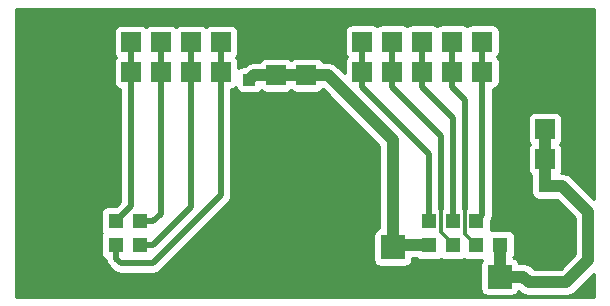
<source format=gbr>
G04 #@! TF.FileFunction,Copper,L2,Bot,Signal*
%FSLAX46Y46*%
G04 Gerber Fmt 4.6, Leading zero omitted, Abs format (unit mm)*
G04 Created by KiCad (PCBNEW 0.201412101631+5319~19~ubuntu14.04.1-product) date Čt 11. prosinec 2014, 12:52:01 CET*
%MOMM*%
G01*
G04 APERTURE LIST*
%ADD10C,0.100000*%
%ADD11R,2.000000X2.000000*%
%ADD12R,1.000000X1.000000*%
%ADD13R,1.651000X1.651000*%
%ADD14R,1.300000X1.300000*%
%ADD15C,6.000000*%
%ADD16C,4.000000*%
%ADD17C,1.000000*%
%ADD18C,0.500000*%
%ADD19C,0.400000*%
%ADD20C,0.300000*%
%ADD21C,0.254000*%
G04 APERTURE END LIST*
D10*
D11*
X145294600Y-58623200D03*
X149294600Y-58623200D03*
X136252200Y-56159400D03*
X140252200Y-56159400D03*
D12*
X151120600Y-50977800D03*
X153120600Y-50977800D03*
X128117600Y-43976800D03*
X128117600Y-41976800D03*
D13*
X155676600Y-46151800D03*
X153136600Y-46151800D03*
X150596600Y-46151800D03*
X150596600Y-48691800D03*
X153136600Y-48691800D03*
X155676600Y-48691800D03*
X137668000Y-41275000D03*
X137668000Y-38735000D03*
X142748000Y-41275000D03*
X142748000Y-38735000D03*
X147828000Y-41275000D03*
X147828000Y-38735000D03*
X132943600Y-44119800D03*
X132943600Y-41579800D03*
X132943600Y-39039800D03*
X130403600Y-39039800D03*
X130403600Y-41579800D03*
X130403600Y-44119800D03*
D14*
X143316600Y-55949800D03*
X143316600Y-53949800D03*
X145316600Y-55949800D03*
X145316600Y-53949800D03*
X147316600Y-55949800D03*
X147316600Y-53949800D03*
X149316600Y-55949800D03*
X149316600Y-53949800D03*
D13*
X140208000Y-41275000D03*
X140208000Y-38735000D03*
X145288000Y-41275000D03*
X145288000Y-38735000D03*
X118084600Y-41325800D03*
X118084600Y-38785800D03*
X120624600Y-41325800D03*
X120624600Y-38785800D03*
D14*
X116816600Y-53949800D03*
X118816600Y-53949800D03*
X116816600Y-55949800D03*
X118816600Y-55949800D03*
D13*
X125704600Y-41325800D03*
X125704600Y-38785800D03*
X123164600Y-41325800D03*
X123164600Y-38785800D03*
D15*
X153136600Y-40109800D03*
X112496600Y-40109800D03*
D16*
X153316600Y-55549800D03*
X112316600Y-55549800D03*
D15*
X132816600Y-50269800D03*
D17*
X153136600Y-48691800D02*
X153136600Y-46151800D01*
X149294600Y-55971800D02*
X149316600Y-55949800D01*
X149294600Y-58623200D02*
X149294600Y-55971800D01*
X151294600Y-58623200D02*
X151777200Y-59105800D01*
X149294600Y-58623200D02*
X151294600Y-58623200D01*
X154620600Y-50977800D02*
X153120600Y-50977800D01*
X156816601Y-53173801D02*
X154620600Y-50977800D01*
X156816601Y-57229801D02*
X156816601Y-53173801D01*
X154940602Y-59105800D02*
X156816601Y-57229801D01*
X151777200Y-59105800D02*
X154940602Y-59105800D01*
X153120600Y-48707800D02*
X153136600Y-48691800D01*
X153120600Y-50977800D02*
X153120600Y-48707800D01*
X140461800Y-55949800D02*
X140252200Y-56159400D01*
X143316600Y-55949800D02*
X140461800Y-55949800D01*
X134769100Y-41579800D02*
X132943600Y-41579800D01*
X132229100Y-41579800D02*
X130403600Y-41579800D01*
X134769100Y-41579800D02*
X132229100Y-41579800D01*
X140252200Y-47062900D02*
X134769100Y-41579800D01*
X140252200Y-56159400D02*
X140252200Y-47062900D01*
X128514600Y-41579800D02*
X128117600Y-41976800D01*
X130403600Y-41579800D02*
X128514600Y-41579800D01*
D18*
X137668000Y-38735000D02*
X137668000Y-41275000D01*
X143316600Y-52799800D02*
X143316600Y-53949800D01*
X143316600Y-48249100D02*
X143316600Y-52799800D01*
X137668000Y-42600500D02*
X143316600Y-48249100D01*
X137668000Y-41275000D02*
X137668000Y-42600500D01*
X142748000Y-38735000D02*
X142748000Y-41275000D01*
X145316600Y-52799800D02*
X145316600Y-53949800D01*
X145316600Y-45169100D02*
X145316600Y-52799800D01*
X142748000Y-42600500D02*
X145316600Y-45169100D01*
X142748000Y-41275000D02*
X142748000Y-42600500D01*
D19*
X147316600Y-53949800D02*
X147316600Y-53793800D01*
D18*
X147828000Y-38735000D02*
X147828000Y-41275000D01*
X147828000Y-53438400D02*
X147316600Y-53949800D01*
X147828000Y-41275000D02*
X147828000Y-53438400D01*
D20*
X147313600Y-55949800D02*
X146366599Y-55002799D01*
X146366599Y-55002799D02*
X146366599Y-52899799D01*
X147316600Y-55949800D02*
X147313600Y-55949800D01*
D18*
X145288000Y-38735000D02*
X145288000Y-41275000D01*
X146366599Y-43679099D02*
X146366599Y-52899799D01*
X145288000Y-42600500D02*
X146366599Y-43679099D01*
X145288000Y-41275000D02*
X145288000Y-42600500D01*
D20*
X145316600Y-55949800D02*
X145316600Y-55839798D01*
X145316600Y-55839798D02*
X144366599Y-54889797D01*
X144366599Y-54889797D02*
X144366599Y-52899799D01*
D18*
X140208000Y-38735000D02*
X140208000Y-41275000D01*
X144366599Y-46759099D02*
X144366599Y-52899799D01*
X140208000Y-42600500D02*
X144366599Y-46759099D01*
X140208000Y-41275000D02*
X140208000Y-42600500D01*
X118084600Y-38785800D02*
X118084600Y-41325800D01*
X118084600Y-52681800D02*
X116816600Y-53949800D01*
X118084600Y-41325800D02*
X118084600Y-52681800D01*
X120624600Y-38785800D02*
X120624600Y-41325800D01*
X120624600Y-53291800D02*
X119966600Y-53949800D01*
X120624600Y-41325800D02*
X120624600Y-53291800D01*
X119966600Y-53949800D02*
X118816600Y-53949800D01*
X125704600Y-38785800D02*
X125704600Y-41325800D01*
X125704600Y-41325800D02*
X125704600Y-51739800D01*
X125704600Y-51739800D02*
X119938800Y-57505600D01*
X116816600Y-57099800D02*
X116816600Y-55949800D01*
X117222400Y-57505600D02*
X116816600Y-57099800D01*
X119938800Y-57505600D02*
X117222400Y-57505600D01*
X123164600Y-38785800D02*
X123164600Y-41325800D01*
X119966600Y-55949800D02*
X118816600Y-55949800D01*
X123164600Y-41325800D02*
X123164600Y-52751800D01*
X123164600Y-52751800D02*
X119966600Y-55949800D01*
D21*
G36*
X157275600Y-60376600D02*
X108357600Y-60376600D01*
X108357600Y-35970800D01*
X157275600Y-35970800D01*
X157275600Y-52027668D01*
X155423166Y-50175234D01*
X155054946Y-49929197D01*
X154620600Y-49842800D01*
X154508270Y-49842800D01*
X154559477Y-49766940D01*
X154609540Y-49517300D01*
X154609540Y-47866300D01*
X154562563Y-47624177D01*
X154428794Y-47420539D01*
X154559477Y-47226940D01*
X154609540Y-46977300D01*
X154609540Y-45326300D01*
X154562563Y-45084177D01*
X154422773Y-44871373D01*
X154211740Y-44728923D01*
X153962100Y-44678860D01*
X152311100Y-44678860D01*
X152068977Y-44725837D01*
X151856173Y-44865627D01*
X151713723Y-45076660D01*
X151663660Y-45326300D01*
X151663660Y-46977300D01*
X151710637Y-47219423D01*
X151844405Y-47423060D01*
X151713723Y-47616660D01*
X151663660Y-47866300D01*
X151663660Y-49517300D01*
X151710637Y-49759423D01*
X151850427Y-49972227D01*
X151985600Y-50063470D01*
X151985600Y-50415767D01*
X151973160Y-50477800D01*
X151973160Y-51477800D01*
X152020137Y-51719923D01*
X152159927Y-51932727D01*
X152370960Y-52075177D01*
X152620600Y-52125240D01*
X153620600Y-52125240D01*
X153684716Y-52112800D01*
X154150468Y-52112800D01*
X155681601Y-53643933D01*
X155681601Y-56759669D01*
X154470470Y-57970800D01*
X152247332Y-57970800D01*
X152097166Y-57820634D01*
X151728946Y-57574597D01*
X151294600Y-57488200D01*
X150915847Y-57488200D01*
X150895063Y-57381077D01*
X150755273Y-57168273D01*
X150544240Y-57025823D01*
X150456758Y-57008279D01*
X150563977Y-56849440D01*
X150614040Y-56599800D01*
X150614040Y-55299800D01*
X150567063Y-55057677D01*
X150427273Y-54844873D01*
X150216240Y-54702423D01*
X149966600Y-54652360D01*
X148666600Y-54652360D01*
X148600944Y-54665098D01*
X148614040Y-54599800D01*
X148614040Y-53824357D01*
X148614040Y-53824356D01*
X148645633Y-53777075D01*
X148645633Y-53777074D01*
X148656810Y-53720884D01*
X148713000Y-53438400D01*
X148713001Y-53438400D01*
X148713000Y-53438394D01*
X148713000Y-42736395D01*
X148895623Y-42700963D01*
X149108427Y-42561173D01*
X149250877Y-42350140D01*
X149300940Y-42100500D01*
X149300940Y-40449500D01*
X149253963Y-40207377D01*
X149120194Y-40003739D01*
X149250877Y-39810140D01*
X149300940Y-39560500D01*
X149300940Y-37909500D01*
X149253963Y-37667377D01*
X149114173Y-37454573D01*
X148903140Y-37312123D01*
X148653500Y-37262060D01*
X147002500Y-37262060D01*
X146760377Y-37309037D01*
X146556739Y-37442805D01*
X146363140Y-37312123D01*
X146113500Y-37262060D01*
X144462500Y-37262060D01*
X144220377Y-37309037D01*
X144016739Y-37442805D01*
X143823140Y-37312123D01*
X143573500Y-37262060D01*
X141922500Y-37262060D01*
X141680377Y-37309037D01*
X141476739Y-37442805D01*
X141283140Y-37312123D01*
X141033500Y-37262060D01*
X139382500Y-37262060D01*
X139140377Y-37309037D01*
X138936739Y-37442805D01*
X138743140Y-37312123D01*
X138493500Y-37262060D01*
X136842500Y-37262060D01*
X136600377Y-37309037D01*
X136387573Y-37448827D01*
X136245123Y-37659860D01*
X136195060Y-37909500D01*
X136195060Y-39560500D01*
X136242037Y-39802623D01*
X136375805Y-40006260D01*
X136245123Y-40199860D01*
X136195060Y-40449500D01*
X136195060Y-41400628D01*
X135571666Y-40777234D01*
X135203446Y-40531197D01*
X134769100Y-40444800D01*
X134325303Y-40444800D01*
X134229773Y-40299373D01*
X134018740Y-40156923D01*
X133769100Y-40106860D01*
X132118100Y-40106860D01*
X131875977Y-40153837D01*
X131672339Y-40287605D01*
X131478740Y-40156923D01*
X131229100Y-40106860D01*
X129578100Y-40106860D01*
X129335977Y-40153837D01*
X129123173Y-40293627D01*
X129021129Y-40444800D01*
X128514600Y-40444800D01*
X128080254Y-40531197D01*
X127712034Y-40777234D01*
X127659908Y-40829360D01*
X127617600Y-40829360D01*
X127375477Y-40876337D01*
X127177540Y-41006360D01*
X127177540Y-40500300D01*
X127130563Y-40258177D01*
X126996794Y-40054539D01*
X127127477Y-39860940D01*
X127177540Y-39611300D01*
X127177540Y-37960300D01*
X127130563Y-37718177D01*
X126990773Y-37505373D01*
X126779740Y-37362923D01*
X126530100Y-37312860D01*
X124879100Y-37312860D01*
X124636977Y-37359837D01*
X124433339Y-37493605D01*
X124239740Y-37362923D01*
X123990100Y-37312860D01*
X122339100Y-37312860D01*
X122096977Y-37359837D01*
X121893339Y-37493605D01*
X121699740Y-37362923D01*
X121450100Y-37312860D01*
X119799100Y-37312860D01*
X119556977Y-37359837D01*
X119353339Y-37493605D01*
X119159740Y-37362923D01*
X118910100Y-37312860D01*
X117259100Y-37312860D01*
X117016977Y-37359837D01*
X116804173Y-37499627D01*
X116661723Y-37710660D01*
X116611660Y-37960300D01*
X116611660Y-39611300D01*
X116658637Y-39853423D01*
X116792405Y-40057060D01*
X116661723Y-40250660D01*
X116611660Y-40500300D01*
X116611660Y-42151300D01*
X116658637Y-42393423D01*
X116798427Y-42606227D01*
X117009460Y-42748677D01*
X117199600Y-42786807D01*
X117199600Y-52315220D01*
X116862460Y-52652360D01*
X116166600Y-52652360D01*
X115924477Y-52699337D01*
X115711673Y-52839127D01*
X115569223Y-53050160D01*
X115519160Y-53299800D01*
X115519160Y-54599800D01*
X115566137Y-54841923D01*
X115636984Y-54949774D01*
X115569223Y-55050160D01*
X115519160Y-55299800D01*
X115519160Y-56599800D01*
X115566137Y-56841923D01*
X115705927Y-57054727D01*
X115916960Y-57197177D01*
X115952381Y-57204280D01*
X115952382Y-57204280D01*
X115987789Y-57382284D01*
X115998967Y-57438475D01*
X116190810Y-57725590D01*
X116596607Y-58131386D01*
X116596610Y-58131390D01*
X116596611Y-58131390D01*
X116883725Y-58323233D01*
X116883726Y-58323233D01*
X116939915Y-58334410D01*
X117222400Y-58390601D01*
X117222400Y-58390600D01*
X117222405Y-58390600D01*
X119938794Y-58390600D01*
X119938800Y-58390601D01*
X119938800Y-58390600D01*
X120221284Y-58334410D01*
X120277474Y-58323233D01*
X120277475Y-58323233D01*
X120564590Y-58131390D01*
X126330386Y-52365592D01*
X126330390Y-52365590D01*
X126330390Y-52365589D01*
X126458575Y-52173746D01*
X126522233Y-52078475D01*
X126522234Y-52078474D01*
X126589600Y-51739800D01*
X126589601Y-51739800D01*
X126589600Y-51739794D01*
X126589600Y-42787195D01*
X126772223Y-42751763D01*
X126985027Y-42611973D01*
X126993850Y-42598901D01*
X127017137Y-42718923D01*
X127156927Y-42931727D01*
X127367960Y-43074177D01*
X127617600Y-43124240D01*
X128617600Y-43124240D01*
X128859723Y-43077263D01*
X129072527Y-42937473D01*
X129122402Y-42863585D01*
X129328460Y-43002677D01*
X129578100Y-43052740D01*
X131229100Y-43052740D01*
X131471223Y-43005763D01*
X131674860Y-42871994D01*
X131868460Y-43002677D01*
X132118100Y-43052740D01*
X133769100Y-43052740D01*
X134011223Y-43005763D01*
X134224027Y-42865973D01*
X134315148Y-42730980D01*
X139117200Y-47533032D01*
X139117200Y-54538152D01*
X139010077Y-54558937D01*
X138797273Y-54698727D01*
X138654823Y-54909760D01*
X138604760Y-55159400D01*
X138604760Y-57159400D01*
X138651737Y-57401523D01*
X138791527Y-57614327D01*
X139002560Y-57756777D01*
X139252200Y-57806840D01*
X141252200Y-57806840D01*
X141494323Y-57759863D01*
X141707127Y-57620073D01*
X141849577Y-57409040D01*
X141899640Y-57159400D01*
X141899640Y-57084800D01*
X142250478Y-57084800D01*
X142416960Y-57197177D01*
X142666600Y-57247240D01*
X143966600Y-57247240D01*
X144208723Y-57200263D01*
X144316574Y-57129415D01*
X144416960Y-57197177D01*
X144666600Y-57247240D01*
X145966600Y-57247240D01*
X146208723Y-57200263D01*
X146316574Y-57129415D01*
X146416960Y-57197177D01*
X146666600Y-57247240D01*
X147782490Y-57247240D01*
X147697223Y-57373560D01*
X147647160Y-57623200D01*
X147647160Y-59623200D01*
X147694137Y-59865323D01*
X147833927Y-60078127D01*
X148044960Y-60220577D01*
X148294600Y-60270640D01*
X150294600Y-60270640D01*
X150536723Y-60223663D01*
X150749527Y-60083873D01*
X150891977Y-59872840D01*
X150899849Y-59833582D01*
X150974633Y-59908366D01*
X150974634Y-59908366D01*
X151342854Y-60154403D01*
X151777200Y-60240800D01*
X154940602Y-60240800D01*
X155374947Y-60154403D01*
X155374948Y-60154403D01*
X155743168Y-59908366D01*
X157275600Y-58375934D01*
X157275600Y-60376600D01*
X157275600Y-60376600D01*
G37*
X157275600Y-60376600D02*
X108357600Y-60376600D01*
X108357600Y-35970800D01*
X157275600Y-35970800D01*
X157275600Y-52027668D01*
X155423166Y-50175234D01*
X155054946Y-49929197D01*
X154620600Y-49842800D01*
X154508270Y-49842800D01*
X154559477Y-49766940D01*
X154609540Y-49517300D01*
X154609540Y-47866300D01*
X154562563Y-47624177D01*
X154428794Y-47420539D01*
X154559477Y-47226940D01*
X154609540Y-46977300D01*
X154609540Y-45326300D01*
X154562563Y-45084177D01*
X154422773Y-44871373D01*
X154211740Y-44728923D01*
X153962100Y-44678860D01*
X152311100Y-44678860D01*
X152068977Y-44725837D01*
X151856173Y-44865627D01*
X151713723Y-45076660D01*
X151663660Y-45326300D01*
X151663660Y-46977300D01*
X151710637Y-47219423D01*
X151844405Y-47423060D01*
X151713723Y-47616660D01*
X151663660Y-47866300D01*
X151663660Y-49517300D01*
X151710637Y-49759423D01*
X151850427Y-49972227D01*
X151985600Y-50063470D01*
X151985600Y-50415767D01*
X151973160Y-50477800D01*
X151973160Y-51477800D01*
X152020137Y-51719923D01*
X152159927Y-51932727D01*
X152370960Y-52075177D01*
X152620600Y-52125240D01*
X153620600Y-52125240D01*
X153684716Y-52112800D01*
X154150468Y-52112800D01*
X155681601Y-53643933D01*
X155681601Y-56759669D01*
X154470470Y-57970800D01*
X152247332Y-57970800D01*
X152097166Y-57820634D01*
X151728946Y-57574597D01*
X151294600Y-57488200D01*
X150915847Y-57488200D01*
X150895063Y-57381077D01*
X150755273Y-57168273D01*
X150544240Y-57025823D01*
X150456758Y-57008279D01*
X150563977Y-56849440D01*
X150614040Y-56599800D01*
X150614040Y-55299800D01*
X150567063Y-55057677D01*
X150427273Y-54844873D01*
X150216240Y-54702423D01*
X149966600Y-54652360D01*
X148666600Y-54652360D01*
X148600944Y-54665098D01*
X148614040Y-54599800D01*
X148614040Y-53824357D01*
X148614040Y-53824356D01*
X148645633Y-53777075D01*
X148645633Y-53777074D01*
X148656810Y-53720884D01*
X148713000Y-53438400D01*
X148713001Y-53438400D01*
X148713000Y-53438394D01*
X148713000Y-42736395D01*
X148895623Y-42700963D01*
X149108427Y-42561173D01*
X149250877Y-42350140D01*
X149300940Y-42100500D01*
X149300940Y-40449500D01*
X149253963Y-40207377D01*
X149120194Y-40003739D01*
X149250877Y-39810140D01*
X149300940Y-39560500D01*
X149300940Y-37909500D01*
X149253963Y-37667377D01*
X149114173Y-37454573D01*
X148903140Y-37312123D01*
X148653500Y-37262060D01*
X147002500Y-37262060D01*
X146760377Y-37309037D01*
X146556739Y-37442805D01*
X146363140Y-37312123D01*
X146113500Y-37262060D01*
X144462500Y-37262060D01*
X144220377Y-37309037D01*
X144016739Y-37442805D01*
X143823140Y-37312123D01*
X143573500Y-37262060D01*
X141922500Y-37262060D01*
X141680377Y-37309037D01*
X141476739Y-37442805D01*
X141283140Y-37312123D01*
X141033500Y-37262060D01*
X139382500Y-37262060D01*
X139140377Y-37309037D01*
X138936739Y-37442805D01*
X138743140Y-37312123D01*
X138493500Y-37262060D01*
X136842500Y-37262060D01*
X136600377Y-37309037D01*
X136387573Y-37448827D01*
X136245123Y-37659860D01*
X136195060Y-37909500D01*
X136195060Y-39560500D01*
X136242037Y-39802623D01*
X136375805Y-40006260D01*
X136245123Y-40199860D01*
X136195060Y-40449500D01*
X136195060Y-41400628D01*
X135571666Y-40777234D01*
X135203446Y-40531197D01*
X134769100Y-40444800D01*
X134325303Y-40444800D01*
X134229773Y-40299373D01*
X134018740Y-40156923D01*
X133769100Y-40106860D01*
X132118100Y-40106860D01*
X131875977Y-40153837D01*
X131672339Y-40287605D01*
X131478740Y-40156923D01*
X131229100Y-40106860D01*
X129578100Y-40106860D01*
X129335977Y-40153837D01*
X129123173Y-40293627D01*
X129021129Y-40444800D01*
X128514600Y-40444800D01*
X128080254Y-40531197D01*
X127712034Y-40777234D01*
X127659908Y-40829360D01*
X127617600Y-40829360D01*
X127375477Y-40876337D01*
X127177540Y-41006360D01*
X127177540Y-40500300D01*
X127130563Y-40258177D01*
X126996794Y-40054539D01*
X127127477Y-39860940D01*
X127177540Y-39611300D01*
X127177540Y-37960300D01*
X127130563Y-37718177D01*
X126990773Y-37505373D01*
X126779740Y-37362923D01*
X126530100Y-37312860D01*
X124879100Y-37312860D01*
X124636977Y-37359837D01*
X124433339Y-37493605D01*
X124239740Y-37362923D01*
X123990100Y-37312860D01*
X122339100Y-37312860D01*
X122096977Y-37359837D01*
X121893339Y-37493605D01*
X121699740Y-37362923D01*
X121450100Y-37312860D01*
X119799100Y-37312860D01*
X119556977Y-37359837D01*
X119353339Y-37493605D01*
X119159740Y-37362923D01*
X118910100Y-37312860D01*
X117259100Y-37312860D01*
X117016977Y-37359837D01*
X116804173Y-37499627D01*
X116661723Y-37710660D01*
X116611660Y-37960300D01*
X116611660Y-39611300D01*
X116658637Y-39853423D01*
X116792405Y-40057060D01*
X116661723Y-40250660D01*
X116611660Y-40500300D01*
X116611660Y-42151300D01*
X116658637Y-42393423D01*
X116798427Y-42606227D01*
X117009460Y-42748677D01*
X117199600Y-42786807D01*
X117199600Y-52315220D01*
X116862460Y-52652360D01*
X116166600Y-52652360D01*
X115924477Y-52699337D01*
X115711673Y-52839127D01*
X115569223Y-53050160D01*
X115519160Y-53299800D01*
X115519160Y-54599800D01*
X115566137Y-54841923D01*
X115636984Y-54949774D01*
X115569223Y-55050160D01*
X115519160Y-55299800D01*
X115519160Y-56599800D01*
X115566137Y-56841923D01*
X115705927Y-57054727D01*
X115916960Y-57197177D01*
X115952381Y-57204280D01*
X115952382Y-57204280D01*
X115987789Y-57382284D01*
X115998967Y-57438475D01*
X116190810Y-57725590D01*
X116596607Y-58131386D01*
X116596610Y-58131390D01*
X116596611Y-58131390D01*
X116883725Y-58323233D01*
X116883726Y-58323233D01*
X116939915Y-58334410D01*
X117222400Y-58390601D01*
X117222400Y-58390600D01*
X117222405Y-58390600D01*
X119938794Y-58390600D01*
X119938800Y-58390601D01*
X119938800Y-58390600D01*
X120221284Y-58334410D01*
X120277474Y-58323233D01*
X120277475Y-58323233D01*
X120564590Y-58131390D01*
X126330386Y-52365592D01*
X126330390Y-52365590D01*
X126330390Y-52365589D01*
X126458575Y-52173746D01*
X126522233Y-52078475D01*
X126522234Y-52078474D01*
X126589600Y-51739800D01*
X126589601Y-51739800D01*
X126589600Y-51739794D01*
X126589600Y-42787195D01*
X126772223Y-42751763D01*
X126985027Y-42611973D01*
X126993850Y-42598901D01*
X127017137Y-42718923D01*
X127156927Y-42931727D01*
X127367960Y-43074177D01*
X127617600Y-43124240D01*
X128617600Y-43124240D01*
X128859723Y-43077263D01*
X129072527Y-42937473D01*
X129122402Y-42863585D01*
X129328460Y-43002677D01*
X129578100Y-43052740D01*
X131229100Y-43052740D01*
X131471223Y-43005763D01*
X131674860Y-42871994D01*
X131868460Y-43002677D01*
X132118100Y-43052740D01*
X133769100Y-43052740D01*
X134011223Y-43005763D01*
X134224027Y-42865973D01*
X134315148Y-42730980D01*
X139117200Y-47533032D01*
X139117200Y-54538152D01*
X139010077Y-54558937D01*
X138797273Y-54698727D01*
X138654823Y-54909760D01*
X138604760Y-55159400D01*
X138604760Y-57159400D01*
X138651737Y-57401523D01*
X138791527Y-57614327D01*
X139002560Y-57756777D01*
X139252200Y-57806840D01*
X141252200Y-57806840D01*
X141494323Y-57759863D01*
X141707127Y-57620073D01*
X141849577Y-57409040D01*
X141899640Y-57159400D01*
X141899640Y-57084800D01*
X142250478Y-57084800D01*
X142416960Y-57197177D01*
X142666600Y-57247240D01*
X143966600Y-57247240D01*
X144208723Y-57200263D01*
X144316574Y-57129415D01*
X144416960Y-57197177D01*
X144666600Y-57247240D01*
X145966600Y-57247240D01*
X146208723Y-57200263D01*
X146316574Y-57129415D01*
X146416960Y-57197177D01*
X146666600Y-57247240D01*
X147782490Y-57247240D01*
X147697223Y-57373560D01*
X147647160Y-57623200D01*
X147647160Y-59623200D01*
X147694137Y-59865323D01*
X147833927Y-60078127D01*
X148044960Y-60220577D01*
X148294600Y-60270640D01*
X150294600Y-60270640D01*
X150536723Y-60223663D01*
X150749527Y-60083873D01*
X150891977Y-59872840D01*
X150899849Y-59833582D01*
X150974633Y-59908366D01*
X150974634Y-59908366D01*
X151342854Y-60154403D01*
X151777200Y-60240800D01*
X154940602Y-60240800D01*
X155374947Y-60154403D01*
X155374948Y-60154403D01*
X155743168Y-59908366D01*
X157275600Y-58375934D01*
X157275600Y-60376600D01*
M02*

</source>
